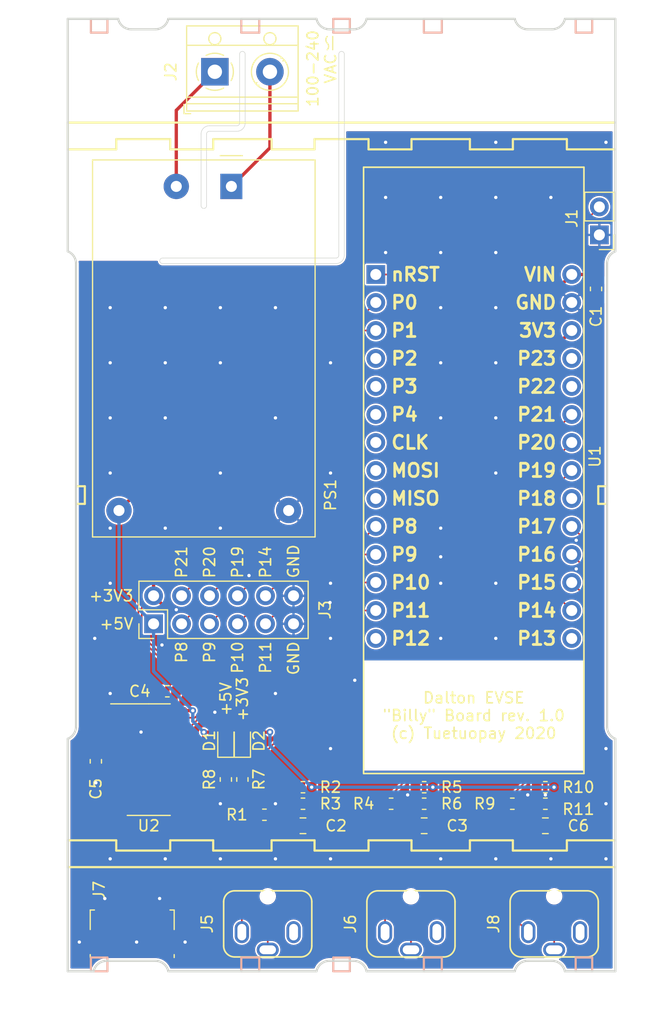
<source format=kicad_pcb>
(kicad_pcb (version 20171130) (host pcbnew "(5.1.5)-2")
  (layers (0 F.Cu signal) (31 B.Cu signal) (34 B.Paste user hide) (35 F.Paste user hide) (36 B.SilkS user) (37 F.SilkS user) (38 B.Mask user hide) (39 F.Mask user hide) (44 Edge.Cuts user))
  (net 0 "")
  (net 1 +5V)
  (net 2 GND)
  (net 3 "Net-(C2-Pad2)")
  (net 4 "Net-(C3-Pad2)")
  (net 5 "Net-(C5-Pad2)")
  (net 6 "Net-(C6-Pad2)")
  (net 7 "Net-(D1-Pad1)")
  (net 8 +3V3)
  (net 9 "Net-(D2-Pad1)")
  (net 10 "Net-(J1-Pad2)")
  (net 11 /P12)
  (net 12 /P11)
  (net 13 /P10)
  (net 14 /P9)
  (net 15 /P8)
  (net 16 /P4)
  (net 17 /P3)
  (net 18 /P2)
  (net 19 /P23)
  (net 20 /P22)
  (net 21 /P21)
  (net 22 /P14)
  (net 23 /P13)
  (net 24 /CT0)
  (net 25 /CT1)
  (net 26 /CT2)
  (net 27 /LOPY2USB)
  (net 28 /USB2LOPY)
  (net 29 /AC_L)
  (net 30 /AC_N)
  (net 31 /USB_P)
  (net 32 /USB_N)
  (net 33 /P18)
  (net 34 /P19)
  (net 35 /P20)
  (module Connector_PinHeader_2.54mm:PinHeader_2x06_P2.54mm_Vertical (layer F.Cu) (at 128.94 103.68 90)
    (fp_text reference J3 (at 1.27 15.56 90) (layer F.SilkS))
    (fp_text value Conn_02x06_Odd_Even)
    (pad 12 thru_hole oval (at 2.54 12.7 90) (size 1.7 1.7) (drill 1) (layers *.Cu *.Mask) (net 2 GND))
    (pad 11 thru_hole oval (at 0 12.7 90) (size 1.7 1.7) (drill 1) (layers *.Cu *.Mask) (net 2 GND))
    (pad 10 thru_hole oval (at 2.54 10.16 90) (size 1.7 1.7) (drill 1) (layers *.Cu *.Mask) (net 22 /P14))
    (pad 9 thru_hole oval (at 0 10.16 90) (size 1.7 1.7) (drill 1) (layers *.Cu *.Mask) (net 12 /P11))
    (pad 8 thru_hole oval (at 2.54 7.62 90) (size 1.7 1.7) (drill 1) (layers *.Cu *.Mask) (net 34 /P19))
    (pad 7 thru_hole oval (at 0 7.62 90) (size 1.7 1.7) (drill 1) (layers *.Cu *.Mask) (net 13 /P10))
    (pad 6 thru_hole oval (at 2.54 5.08 90) (size 1.7 1.7) (drill 1) (layers *.Cu *.Mask) (net 35 /P20))
    (pad 5 thru_hole oval (at 0 5.08 90) (size 1.7 1.7) (drill 1) (layers *.Cu *.Mask) (net 14 /P9))
    (pad 4 thru_hole oval (at 2.54 2.54 90) (size 1.7 1.7) (drill 1) (layers *.Cu *.Mask) (net 21 /P21))
    (pad 3 thru_hole oval (at 0 2.54 90) (size 1.7 1.7) (drill 1) (layers *.Cu *.Mask) (net 15 /P8))
    (pad 2 thru_hole oval (at 2.54 0 90) (size 1.7 1.7) (drill 1) (layers *.Cu *.Mask) (net 8 +3V3))
    (pad 1 thru_hole rect (at 0 0 90) (size 1.7 1.7) (drill 1) (layers *.Cu *.Mask) (net 1 +5V))
  )
  (module ma4evse:fipy (layer F.Cu) (at 158 88.5 270)
    (fp_text reference U1 (at 0 -11 90) (layer F.SilkS))
    (fp_text value LoPy)
    (fp_text user P13 (at 16.51 -7.62 180) (layer F.SilkS) (effects (font (size 1.2 1.2) (thickness 0.25)) (justify right)))
    (fp_text user P14 (at 13.97 -7.62 180) (layer F.SilkS) (effects (font (size 1.2 1.2) (thickness 0.25)) (justify right)))
    (fp_text user P15 (at 11.43 -7.62 180) (layer F.SilkS) (effects (font (size 1.2 1.2) (thickness 0.25)) (justify right)))
    (fp_text user P16 (at 8.89 -7.62 180) (layer F.SilkS) (effects (font (size 1.2 1.2) (thickness 0.25)) (justify right)))
    (fp_text user P17 (at 6.35 -7.62 180) (layer F.SilkS) (effects (font (size 1.2 1.2) (thickness 0.25)) (justify right)))
    (fp_text user P18 (at 3.81 -7.62 180) (layer F.SilkS) (effects (font (size 1.2 1.2) (thickness 0.25)) (justify right)))
    (fp_text user P19 (at 1.27 -7.62 180) (layer F.SilkS) (effects (font (size 1.2 1.2) (thickness 0.25)) (justify right)))
    (fp_text user P20 (at -1.27 -7.62 180) (layer F.SilkS) (effects (font (size 1.2 1.2) (thickness 0.25)) (justify right)))
    (fp_text user P21 (at -3.81 -7.62 180) (layer F.SilkS) (effects (font (size 1.2 1.2) (thickness 0.25)) (justify right)))
    (fp_text user P22 (at -6.35 -7.62 180) (layer F.SilkS) (effects (font (size 1.2 1.2) (thickness 0.25)) (justify right)))
    (fp_text user P23 (at -8.89 -7.62 180) (layer F.SilkS) (effects (font (size 1.2 1.2) (thickness 0.25)) (justify right)))
    (fp_text user 3V3 (at -11.43 -7.62 180) (layer F.SilkS) (effects (font (size 1.2 1.2) (thickness 0.25)) (justify right)))
    (fp_text user GND (at -13.97 -7.62 180) (layer F.SilkS) (effects (font (size 1.2 1.2) (thickness 0.25)) (justify right)))
    (fp_text user VIN (at -16.51 -7.62 180) (layer F.SilkS) (effects (font (size 1.2 1.2) (thickness 0.25)) (justify right)))
    (fp_text user P12 (at 16.51 7.62) (layer F.SilkS) (effects (font (size 1.2 1.2) (thickness 0.25)) (justify left)))
    (fp_text user P11 (at 13.97 7.62) (layer F.SilkS) (effects (font (size 1.2 1.2) (thickness 0.25)) (justify left)))
    (fp_text user P10 (at 11.43 7.62) (layer F.SilkS) (effects (font (size 1.2 1.2) (thickness 0.25)) (justify left)))
    (fp_text user P9 (at 8.89 7.62) (layer F.SilkS) (effects (font (size 1.2 1.2) (thickness 0.25)) (justify left)))
    (fp_text user P8 (at 6.35 7.62) (layer F.SilkS) (effects (font (size 1.2 1.2) (thickness 0.25)) (justify left)))
    (fp_text user MISO (at 3.81 7.62) (layer F.SilkS) (effects (font (size 1.2 1.2) (thickness 0.25)) (justify left)))
    (fp_text user MOSI (at 1.27 7.62) (layer F.SilkS) (effects (font (size 1.2 1.2) (thickness 0.25)) (justify left)))
    (fp_text user CLK (at -1.27 7.62) (layer F.SilkS) (effects (font (size 1.2 1.2) (thickness 0.25)) (justify left)))
    (fp_text user P4 (at -3.81 7.62) (layer F.SilkS) (effects (font (size 1.2 1.2) (thickness 0.25)) (justify left)))
    (fp_text user P3 (at -6.35 7.62) (layer F.SilkS) (effects (font (size 1.2 1.2) (thickness 0.25)) (justify left)))
    (fp_text user P2 (at -8.89 7.62) (layer F.SilkS) (effects (font (size 1.2 1.2) (thickness 0.25)) (justify left)))
    (fp_text user P1 (at -11.43 7.62) (layer F.SilkS) (effects (font (size 1.2 1.2) (thickness 0.25)) (justify left)))
    (fp_text user P0 (at -13.97 7.62) (layer F.SilkS) (effects (font (size 1.2 1.2) (thickness 0.25)) (justify left)))
    (fp_text user nRST (at -16.51 7.62) (layer F.SilkS) (effects (font (size 1.2 1.2) (thickness 0.25)) (justify left)))
    (pad 28 thru_hole circle (at -16.51 -8.89 90) (size 1.7 1.7) (drill 1) (layers *.Cu *.Mask) (net 1 +5V))
    (pad 27 thru_hole circle (at -13.97 -8.89 90) (size 1.7 1.7) (drill 1) (layers *.Cu *.Mask) (net 2 GND))
    (pad 26 thru_hole circle (at -11.43 -8.89 90) (size 1.7 1.7) (drill 1) (layers *.Cu *.Mask) (net 8 +3V3))
    (pad 25 thru_hole circle (at -8.89 -8.89 90) (size 1.7 1.7) (drill 1) (layers *.Cu *.Mask) (net 19 /P23))
    (pad 24 thru_hole circle (at -6.35 -8.89 90) (size 1.7 1.7) (drill 1) (layers *.Cu *.Mask) (net 20 /P22))
    (pad 23 thru_hole circle (at -3.81 -8.89 90) (size 1.7 1.7) (drill 1) (layers *.Cu *.Mask) (net 21 /P21))
    (pad 22 thru_hole circle (at -1.27 -8.89 90) (size 1.7 1.7) (drill 1) (layers *.Cu *.Mask) (net 35 /P20))
    (pad 21 thru_hole circle (at 1.27 -8.89 90) (size 1.7 1.7) (drill 1) (layers *.Cu *.Mask) (net 34 /P19))
    (pad 20 thru_hole circle (at 3.81 -8.89 90) (size 1.7 1.7) (drill 1) (layers *.Cu *.Mask) (net 33 /P18))
    (pad 19 thru_hole circle (at 6.35 -8.89 90) (size 1.7 1.7) (drill 1) (layers *.Cu *.Mask) (net 26 /CT2))
    (pad 18 thru_hole circle (at 8.89 -8.89 90) (size 1.7 1.7) (drill 1) (layers *.Cu *.Mask) (net 25 /CT1))
    (pad 17 thru_hole circle (at 11.43 -8.89 90) (size 1.7 1.7) (drill 1) (layers *.Cu *.Mask) (net 24 /CT0))
    (pad 16 thru_hole circle (at 13.97 -8.89 90) (size 1.7 1.7) (drill 1) (layers *.Cu *.Mask) (net 22 /P14))
    (pad 15 thru_hole circle (at 16.51 -8.89 90) (size 1.7 1.7) (drill 1) (layers *.Cu *.Mask) (net 23 /P13))
    (pad 14 thru_hole circle (at 16.51 8.89 270) (size 1.7 1.7) (drill 1) (layers *.Cu *.Mask) (net 11 /P12))
    (pad 13 thru_hole circle (at 13.97 8.89 270) (size 1.7 1.7) (drill 1) (layers *.Cu *.Mask) (net 12 /P11))
    (pad 12 thru_hole circle (at 11.43 8.89 270) (size 1.7 1.7) (drill 1) (layers *.Cu *.Mask) (net 13 /P10))
    (pad 11 thru_hole circle (at 8.89 8.89 270) (size 1.7 1.7) (drill 1) (layers *.Cu *.Mask) (net 14 /P9))
    (pad 10 thru_hole circle (at 6.35 8.89 270) (size 1.7 1.7) (drill 1) (layers *.Cu *.Mask) (net 15 /P8))
    (pad 9 thru_hole circle (at 3.81 8.89 270) (size 1.7 1.7) (drill 1) (layers *.Cu *.Mask))
    (pad 8 thru_hole circle (at 1.27 8.89 270) (size 1.7 1.7) (drill 1) (layers *.Cu *.Mask))
    (pad 7 thru_hole circle (at -1.27 8.89 270) (size 1.7 1.7) (drill 1) (layers *.Cu *.Mask))
    (pad 6 thru_hole circle (at -3.81 8.89 270) (size 1.7 1.7) (drill 1) (layers *.Cu *.Mask) (net 16 /P4))
    (pad 5 thru_hole circle (at -6.35 8.89 270) (size 1.7 1.7) (drill 1) (layers *.Cu *.Mask) (net 17 /P3))
    (pad 4 thru_hole circle (at -8.89 8.89 270) (size 1.7 1.7) (drill 1) (layers *.Cu *.Mask) (net 18 /P2))
    (pad 3 thru_hole circle (at -11.43 8.89 270) (size 1.7 1.7) (drill 1) (layers *.Cu *.Mask) (net 27 /LOPY2USB))
    (pad 2 thru_hole circle (at -13.97 8.89 270) (size 1.7 1.7) (drill 1) (layers *.Cu *.Mask) (net 28 /USB2LOPY))
    (pad 1 thru_hole rect (at -16.51 8.89 270) (size 1.7 1.7) (drill 1) (layers *.Cu *.Mask) (net 10 "Net-(J1-Pad2)"))
  )
  (module ma4evse:JIS-C-6560 (layer F.Cu) (at 165.3 130.9 90)
    (fp_text reference J8 (at 0 -5.5 90) (layer F.SilkS))
    (fp_text value AudioJack3)
    (pad "" np_thru_hole circle (at 2.5 0) (size 1.2 1.2) (drill 1.2) (layers *.Cu *.Mask))
    (pad R thru_hole oval (at -0.75 2.35 90) (size 2 1.3) (drill oval 1.5 0.8) (layers *.Cu *.Mask))
    (pad S thru_hole oval (at -0.75 -2.35 90) (size 2 1.3) (drill oval 1.5 0.8) (layers *.Cu *.Mask) (net 26 /CT2))
    (pad T thru_hole oval (at -2.35 0) (size 2 1.3) (drill oval 1.5 0.8) (layers *.Cu *.Mask) (net 6 "Net-(C6-Pad2)"))
  )
  (module ma4evse:JIS-C-6560 (layer F.Cu) (at 152.3 130.9 90)
    (fp_text reference J6 (at 0 -5.5 90) (layer F.SilkS))
    (fp_text value AudioJack3)
    (pad "" np_thru_hole circle (at 2.5 0) (size 1.2 1.2) (drill 1.2) (layers *.Cu *.Mask))
    (pad R thru_hole oval (at -0.75 2.35 90) (size 2 1.3) (drill oval 1.5 0.8) (layers *.Cu *.Mask))
    (pad S thru_hole oval (at -0.75 -2.35 90) (size 2 1.3) (drill oval 1.5 0.8) (layers *.Cu *.Mask) (net 25 /CT1))
    (pad T thru_hole oval (at -2.35 0) (size 2 1.3) (drill oval 1.5 0.8) (layers *.Cu *.Mask) (net 4 "Net-(C3-Pad2)"))
  )
  (module ma4evse:JIS-C-6560 (layer F.Cu) (at 139.3 130.9 90)
    (fp_text reference J5 (at 0 -5.5 90) (layer F.SilkS))
    (fp_text value AudioJack3)
    (pad "" np_thru_hole circle (at 2.5 0) (size 1.2 1.2) (drill 1.2) (layers *.Cu *.Mask))
    (pad R thru_hole oval (at -0.75 2.35 90) (size 2 1.3) (drill oval 1.5 0.8) (layers *.Cu *.Mask))
    (pad S thru_hole oval (at -0.75 -2.35 90) (size 2 1.3) (drill oval 1.5 0.8) (layers *.Cu *.Mask) (net 24 /CT0))
    (pad T thru_hole oval (at -2.35 0) (size 2 1.3) (drill oval 1.5 0.8) (layers *.Cu *.Mask) (net 3 "Net-(C2-Pad2)"))
  )
  (module ma4evse:BC-53-6 (layer F.Cu) (at 146 92)
    (fp_text reference REF** hide)
    (fp_text value "BC-53-6 series")
  )
  (module Package_SO:SOIC-16_3.9x9.9mm_P1.27mm (layer F.Cu) (at 128.5 116)
    (fp_text reference U2 (at 0 6) (layer F.SilkS))
    (fp_text value CH340C)
    (pad 16 smd roundrect (at 2.475 -4.445) (size 1.95 0.6) (layers F.Cu F.Paste F.Mask) (net 1 +5V))
    (pad 15 smd roundrect (at 2.475 -3.175) (size 1.95 0.6) (layers F.Cu F.Paste F.Mask))
    (pad 14 smd roundrect (at 2.475 -1.905) (size 1.95 0.6) (layers F.Cu F.Paste F.Mask))
    (pad 13 smd roundrect (at 2.475 -0.635) (size 1.95 0.6) (layers F.Cu F.Paste F.Mask))
    (pad 12 smd roundrect (at 2.475 0.635) (size 1.95 0.6) (layers F.Cu F.Paste F.Mask))
    (pad 11 smd roundrect (at 2.475 1.905) (size 1.95 0.6) (layers F.Cu F.Paste F.Mask))
    (pad 10 smd roundrect (at 2.475 3.175) (size 1.95 0.6) (layers F.Cu F.Paste F.Mask))
    (pad 9 smd roundrect (at 2.475 4.445) (size 1.95 0.6) (layers F.Cu F.Paste F.Mask))
    (pad 8 smd roundrect (at -2.475 4.445) (size 1.95 0.6) (layers F.Cu F.Paste F.Mask))
    (pad 7 smd roundrect (at -2.475 3.175) (size 1.95 0.6) (layers F.Cu F.Paste F.Mask))
    (pad 6 smd roundrect (at -2.475 1.905) (size 1.95 0.6) (layers F.Cu F.Paste F.Mask) (net 32 /USB_N))
    (pad 5 smd roundrect (at -2.475 0.635) (size 1.95 0.6) (layers F.Cu F.Paste F.Mask) (net 31 /USB_P))
    (pad 4 smd roundrect (at -2.475 -0.635) (size 1.95 0.6) (layers F.Cu F.Paste F.Mask) (net 5 "Net-(C5-Pad2)"))
    (pad 3 smd roundrect (at -2.475 -1.905) (size 1.95 0.6) (layers F.Cu F.Paste F.Mask) (net 27 /LOPY2USB))
    (pad 2 smd roundrect (at -2.475 -3.175) (size 1.95 0.6) (layers F.Cu F.Paste F.Mask) (net 28 /USB2LOPY))
    (pad 1 smd roundrect (at -2.475 -4.445) (size 1.95 0.6) (layers F.Cu F.Paste F.Mask) (net 2 GND))
  )
  (module Resistor_SMD:R_0603_1608Metric (layer F.Cu) (at 164.5 120 180)
    (fp_text reference R11 (at -3 -0.5) (layer F.SilkS))
    (fp_text value 10k)
    (pad 2 smd roundrect (at 0.7875 0 180) (size 0.875 0.95) (layers F.Cu F.Paste F.Mask) (net 6 "Net-(C6-Pad2)"))
    (pad 1 smd roundrect (at -0.7875 0 180) (size 0.875 0.95) (layers F.Cu F.Paste F.Mask) (net 2 GND))
  )
  (module Resistor_SMD:R_0603_1608Metric (layer F.Cu) (at 164.5 118.5)
    (fp_text reference R10 (at 3 0) (layer F.SilkS))
    (fp_text value 10k)
    (pad 2 smd roundrect (at 0.7875 0) (size 0.875 0.95) (layers F.Cu F.Paste F.Mask) (net 8 +3V3))
    (pad 1 smd roundrect (at -0.7875 0) (size 0.875 0.95) (layers F.Cu F.Paste F.Mask) (net 6 "Net-(C6-Pad2)"))
  )
  (module Resistor_SMD:R_0603_1608Metric (layer F.Cu) (at 161.5 120 180)
    (fp_text reference R9 (at 2.5 0) (layer F.SilkS))
    (fp_text value 23)
    (pad 2 smd roundrect (at 0.7875 0 180) (size 0.875 0.95) (layers F.Cu F.Paste F.Mask) (net 26 /CT2))
    (pad 1 smd roundrect (at -0.7875 0 180) (size 0.875 0.95) (layers F.Cu F.Paste F.Mask) (net 6 "Net-(C6-Pad2)"))
  )
  (module Resistor_SMD:R_0603_1608Metric (layer F.Cu) (at 137 117.8 270)
    (fp_text reference R8 (at 0 3 90) (layer F.SilkS))
    (fp_text value 1k)
    (pad 1 smd roundrect (at -0.7875 0 270) (size 0.875 0.95) (layers F.Cu F.Paste F.Mask) (net 9 "Net-(D2-Pad1)"))
    (pad 2 smd roundrect (at 0.7875 0 270) (size 0.875 0.95) (layers F.Cu F.Paste F.Mask) (net 2 GND))
  )
  (module Resistor_SMD:R_0603_1608Metric (layer F.Cu) (at 135.5 117.8 270)
    (fp_text reference R7 (at 0 -3 90) (layer F.SilkS))
    (fp_text value 3k)
    (pad 2 smd roundrect (at 0.7875 0 270) (size 0.875 0.95) (layers F.Cu F.Paste F.Mask) (net 2 GND))
    (pad 1 smd roundrect (at -0.7875 0 270) (size 0.875 0.95) (layers F.Cu F.Paste F.Mask) (net 7 "Net-(D1-Pad1)"))
  )
  (module Resistor_SMD:R_0603_1608Metric (layer F.Cu) (at 153.5 120 180)
    (fp_text reference R6 (at -2.5 0) (layer F.SilkS))
    (fp_text value 10k)
    (pad 2 smd roundrect (at 0.7875 0 180) (size 0.875 0.95) (layers F.Cu F.Paste F.Mask) (net 4 "Net-(C3-Pad2)"))
    (pad 1 smd roundrect (at -0.7875 0 180) (size 0.875 0.95) (layers F.Cu F.Paste F.Mask) (net 2 GND))
  )
  (module Resistor_SMD:R_0603_1608Metric (layer F.Cu) (at 153.5 118.5)
    (fp_text reference R5 (at 2.5 0) (layer F.SilkS))
    (fp_text value 10k)
    (pad 2 smd roundrect (at 0.7875 0) (size 0.875 0.95) (layers F.Cu F.Paste F.Mask) (net 8 +3V3))
    (pad 1 smd roundrect (at -0.7875 0) (size 0.875 0.95) (layers F.Cu F.Paste F.Mask) (net 4 "Net-(C3-Pad2)"))
  )
  (module Resistor_SMD:R_0603_1608Metric (layer F.Cu) (at 150.5 120 180)
    (fp_text reference R4 (at 2.5 0) (layer F.SilkS))
    (fp_text value 23)
    (pad 2 smd roundrect (at 0.7875 0 180) (size 0.875 0.95) (layers F.Cu F.Paste F.Mask) (net 25 /CT1))
    (pad 1 smd roundrect (at -0.7875 0 180) (size 0.875 0.95) (layers F.Cu F.Paste F.Mask) (net 4 "Net-(C3-Pad2)"))
  )
  (module Resistor_SMD:R_0603_1608Metric (layer F.Cu) (at 142.5 120 180)
    (fp_text reference R3 (at -2.5 0) (layer F.SilkS))
    (fp_text value 10k)
    (pad 2 smd roundrect (at 0.7875 0 180) (size 0.875 0.95) (layers F.Cu F.Paste F.Mask) (net 3 "Net-(C2-Pad2)"))
    (pad 1 smd roundrect (at -0.7875 0 180) (size 0.875 0.95) (layers F.Cu F.Paste F.Mask) (net 2 GND))
  )
  (module Resistor_SMD:R_0603_1608Metric (layer F.Cu) (at 142.5 118.5)
    (fp_text reference R2 (at 2.5 0) (layer F.SilkS))
    (fp_text value 10k)
    (pad 2 smd roundrect (at 0.7875 0) (size 0.875 0.95) (layers F.Cu F.Paste F.Mask) (net 8 +3V3))
    (pad 1 smd roundrect (at -0.7875 0) (size 0.875 0.95) (layers F.Cu F.Paste F.Mask) (net 3 "Net-(C2-Pad2)"))
  )
  (module Resistor_SMD:R_0603_1608Metric (layer F.Cu) (at 139 121 180)
    (fp_text reference R1 (at 2.5 0) (layer F.SilkS))
    (fp_text value 23)
    (pad 2 smd roundrect (at 0.7875 0 180) (size 0.875 0.95) (layers F.Cu F.Paste F.Mask) (net 24 /CT0))
    (pad 1 smd roundrect (at -0.7875 0 180) (size 0.875 0.95) (layers F.Cu F.Paste F.Mask) (net 3 "Net-(C2-Pad2)"))
  )
  (module Converter_ACDC:Converter_ACDC_HiLink_HLK-PMxx (layer F.Cu) (at 136 64 270)
    (fp_text reference PS1 (at 28 -9 90) (layer F.SilkS))
    (fp_text value HLK-PM01)
    (pad 4 thru_hole circle (at 29.4 10.2 270) (size 2.3 2.3) (drill 1) (layers *.Cu *.Mask) (net 1 +5V))
    (pad 2 thru_hole circle (at 0 5 270) (size 2.3 2.3) (drill 1) (layers *.Cu *.Mask) (net 30 /AC_N))
    (pad 1 thru_hole rect (at 0 0 270) (size 2.3 2) (drill 1) (layers *.Cu *.Mask) (net 29 /AC_L))
    (pad 3 thru_hole circle (at 29.4 -5.2 270) (size 2.3 2.3) (drill 1) (layers *.Cu *.Mask) (net 2 GND))
  )
  (module Connector_USB:USB_Micro-B_Molex_47346-0001 (layer F.Cu) (at 127 131.35)
    (fp_text reference J7 (at -3 -3.5 90) (layer F.SilkS))
    (fp_text value USB_B_Micro)
    (pad 6 smd rect (at 1.55 1.2) (size 1 1.9) (layers F.Cu F.Paste F.Mask) (net 2 GND))
    (pad 6 smd rect (at -1.15 1.2) (size 1.8 1.9) (layers F.Cu F.Paste F.Mask) (net 2 GND))
    (pad 6 smd rect (at 3.375 1.2) (size 1.65 1.3) (layers F.Cu F.Paste F.Mask) (net 2 GND))
    (pad 6 smd rect (at -3.375 1.2) (size 1.65 1.3) (layers F.Cu F.Paste F.Mask) (net 2 GND))
    (pad 6 smd rect (at 2.4875 -1.375) (size 1.425 1.55) (layers F.Cu F.Paste F.Mask) (net 2 GND))
    (pad 6 smd rect (at -2.4875 -1.375) (size 1.425 1.55) (layers F.Cu F.Paste F.Mask) (net 2 GND))
    (pad 5 smd rect (at 1.3 -1.46) (size 0.45 1.38) (layers F.Cu F.Paste F.Mask) (net 2 GND))
    (pad 4 smd rect (at 0.65 -1.46) (size 0.45 1.38) (layers F.Cu F.Paste F.Mask))
    (pad 3 smd rect (at 0 -1.46) (size 0.45 1.38) (layers F.Cu F.Paste F.Mask) (net 31 /USB_P))
    (pad 2 smd rect (at -0.65 -1.46) (size 0.45 1.38) (layers F.Cu F.Paste F.Mask) (net 32 /USB_N))
    (pad 1 smd rect (at -1.3 -1.46) (size 0.45 1.38) (layers F.Cu F.Paste F.Mask) (net 1 +5V))
  )
  (module TerminalBlock_RND:TerminalBlock_RND_205-00012_1x02_P5.00mm_Horizontal (layer F.Cu) (at 134.5 53.6)
    (fp_text reference J2 (at -4 0 270) (layer F.SilkS))
    (fp_text value Screw_Terminal_01x02)
    (pad 2 thru_hole circle (at 5 0) (size 2.5 2.5) (drill 1.3) (layers *.Cu *.Mask) (net 29 /AC_L))
    (pad 1 thru_hole rect (at 0 0) (size 2.5 2.5) (drill 1.3) (layers *.Cu *.Mask) (net 30 /AC_N))
  )
  (module Connector_PinHeader_2.54mm:PinHeader_1x02_P2.54mm_Vertical (layer F.Cu) (at 169.4 68.4 180)
    (fp_text reference J1 (at 2.5 1.5 270) (layer F.SilkS))
    (fp_text value Conn_01x02)
    (pad 2 thru_hole oval (at 0 2.54 180) (size 1.7 1.7) (drill 1) (layers *.Cu *.Mask) (net 10 "Net-(J1-Pad2)"))
    (pad 1 thru_hole rect (at 0 0 180) (size 1.7 1.7) (drill 1) (layers *.Cu *.Mask) (net 2 GND))
  )
  (module LED_SMD:LED_0603_1608Metric (layer F.Cu) (at 137 114.3 90)
    (fp_text reference D2 (at 0 1.5 90) (layer F.SilkS))
    (fp_text value Orange)
    (pad 1 smd roundrect (at -0.7875 0 90) (size 0.875 0.95) (layers F.Cu F.Paste F.Mask) (net 9 "Net-(D2-Pad1)"))
    (pad 2 smd roundrect (at 0.7875 0 90) (size 0.875 0.95) (layers F.Cu F.Paste F.Mask) (net 8 +3V3))
  )
  (module LED_SMD:LED_0603_1608Metric (layer F.Cu) (at 135.5 114.3 90)
    (fp_text reference D1 (at 0 -1.5 90) (layer F.SilkS))
    (fp_text value Red)
    (pad 2 smd roundrect (at 0.7875 0 90) (size 0.875 0.95) (layers F.Cu F.Paste F.Mask) (net 1 +5V))
    (pad 1 smd roundrect (at -0.7875 0 90) (size 0.875 0.95) (layers F.Cu F.Paste F.Mask) (net 7 "Net-(D1-Pad1)"))
  )
  (module Capacitor_SMD:C_0805_2012Metric (layer F.Cu) (at 164.5 122 180)
    (fp_text reference C6 (at -3 0) (layer F.SilkS))
    (fp_text value 10u)
    (pad 2 smd roundrect (at 0.9375 0 180) (size 0.975 1.4) (layers F.Cu F.Paste F.Mask) (net 6 "Net-(C6-Pad2)"))
    (pad 1 smd roundrect (at -0.9375 0 180) (size 0.975 1.4) (layers F.Cu F.Paste F.Mask) (net 2 GND))
  )
  (module Capacitor_SMD:C_0603_1608Metric (layer F.Cu) (at 123.7 116.1525 90)
    (fp_text reference C5 (at -2.5 0 90) (layer F.SilkS))
    (fp_text value 100n)
    (pad 2 smd roundrect (at 0.7875 0 90) (size 0.875 0.95) (layers F.Cu F.Paste F.Mask) (net 5 "Net-(C5-Pad2)"))
    (pad 1 smd roundrect (at -0.7875 0 90) (size 0.875 0.95) (layers F.Cu F.Paste F.Mask) (net 2 GND))
  )
  (module Capacitor_SMD:C_0603_1608Metric (layer F.Cu) (at 130.1875 109.8)
    (fp_text reference C4 (at -2.5 0) (layer F.SilkS))
    (fp_text value 100n)
    (pad 2 smd roundrect (at 0.7875 0) (size 0.875 0.95) (layers F.Cu F.Paste F.Mask) (net 1 +5V))
    (pad 1 smd roundrect (at -0.7875 0) (size 0.875 0.95) (layers F.Cu F.Paste F.Mask) (net 2 GND))
  )
  (module Capacitor_SMD:C_0805_2012Metric (layer F.Cu) (at 153.5 122 180)
    (fp_text reference C3 (at -3 0) (layer F.SilkS))
    (fp_text value 10u)
    (pad 2 smd roundrect (at 0.9375 0 180) (size 0.975 1.4) (layers F.Cu F.Paste F.Mask) (net 4 "Net-(C3-Pad2)"))
    (pad 1 smd roundrect (at -0.9375 0 180) (size 0.975 1.4) (layers F.Cu F.Paste F.Mask) (net 2 GND))
  )
  (module Capacitor_SMD:C_0805_2012Metric (layer F.Cu) (at 142.5 122 180)
    (fp_text reference C2 (at -3 0) (layer F.SilkS))
    (fp_text value 10u)
    (pad 2 smd roundrect (at 0.9375 0 180) (size 0.975 1.4) (layers F.Cu F.Paste F.Mask) (net 3 "Net-(C2-Pad2)"))
    (pad 1 smd roundrect (at -0.9375 0 180) (size 0.975 1.4) (layers F.Cu F.Paste F.Mask) (net 2 GND))
  )
  (module Capacitor_SMD:C_0603_1608Metric (layer F.Cu) (at 169.1 73.3 90)
    (fp_text reference C1 (at -2.5 0 90) (layer F.SilkS))
    (fp_text value 100n)
    (pad 2 smd roundrect (at 0.7875 0 90) (size 0.875 0.95) (layers F.Cu F.Paste F.Mask) (net 1 +5V))
    (pad 1 smd roundrect (at -0.7875 0 90) (size 0.875 0.95) (layers F.Cu F.Paste F.Mask) (net 2 GND))
  )
  (gr_text "100-240\nVAC" (at 144.2 53.3 90) (layer F.SilkS) (effects (font (size 1 1))))
  (gr_line (start 145.2 51.6) (end 145.2 50.4) (layer F.SilkS) (width 0.12))
  (gr_arc (start 145 50.7) (end 144.7 50.4) (angle -90) (layer F.SilkS) (width 0.12))
  (gr_arc (start 144.4 51.3) (end 144.7 51.6) (angle -90) (layer F.SilkS) (width 0.12))
  (gr_arc (start 145.5 70.25) (end 145.5 71) (angle -90) (layer Edge.Cuts) (width 0.05))
  (gr_arc (start 145.5 70.25) (end 145.5 70.5) (angle -90) (layer Edge.Cuts) (width 0.05))
  (gr_line (start 145.5 71) (end 129.75 71) (layer Edge.Cuts) (width 0.05))
  (gr_line (start 146.25 52) (end 146.25 70.25) (layer Edge.Cuts) (width 0.05))
  (gr_line (start 145.75 70.25) (end 145.75 52) (layer Edge.Cuts) (width 0.05))
  (gr_line (start 129.75 70.5) (end 145.5 70.5) (layer Edge.Cuts) (width 0.05))
  (gr_arc (start 129.75 70.75) (end 129.75 70.5) (angle -180) (layer Edge.Cuts) (width 0.05))
  (gr_arc (start 146 52) (end 146.25 52) (angle -180) (layer Edge.Cuts) (width 0.05))
  (gr_arc (start 136.5 58.25) (end 136.5 59) (angle -90) (layer Edge.Cuts) (width 0.05))
  (gr_arc (start 134 59.25) (end 134 59) (angle -90) (layer Edge.Cuts) (width 0.05))
  (gr_arc (start 134 59.25) (end 134 58.5) (angle -90) (layer Edge.Cuts) (width 0.05))
  (gr_arc (start 136.5 58.25) (end 136.5 58.5) (angle -90) (layer Edge.Cuts) (width 0.05))
  (gr_line (start 133.75 59.25) (end 133.75 65.75) (layer Edge.Cuts) (width 0.05))
  (gr_line (start 136.5 59) (end 134 59) (layer Edge.Cuts) (width 0.05))
  (gr_line (start 137.25 52) (end 137.25 58.25) (layer Edge.Cuts) (width 0.05))
  (gr_line (start 136.75 58.25) (end 136.75 52) (layer Edge.Cuts) (width 0.05))
  (gr_line (start 134 58.5) (end 136.5 58.5) (layer Edge.Cuts) (width 0.05))
  (gr_line (start 133.25 65.75) (end 133.25 59.25) (layer Edge.Cuts) (width 0.05))
  (gr_arc (start 133.5 65.75) (end 133.25 65.75) (angle -180) (layer Edge.Cuts) (width 0.05))
  (gr_arc (start 137 52) (end 137.25 52) (angle -180) (layer Edge.Cuts) (width 0.05))
  (gr_line (start 155.1 133.95) (end 155.1 135.2) (layer B.SilkS) (width 0.2))
  (gr_line (start 124.75 135.2) (end 123.25 135.2) (layer B.SilkS) (width 0.2))
  (gr_line (start 123.25 135.2) (end 123.25 133.95) (layer B.SilkS) (width 0.2))
  (gr_line (start 136.9 133.95) (end 138.53 133.95) (layer B.SilkS) (width 0.2))
  (gr_line (start 124.75 133.95) (end 124.75 135.2) (layer B.SilkS) (width 0.2))
  (gr_line (start 123.25 133.95) (end 124.75 133.95) (layer B.SilkS) (width 0.2))
  (gr_line (start 138.53 135.2) (end 136.9 135.2) (layer B.SilkS) (width 0.2))
  (gr_line (start 138.53 133.95) (end 138.53 135.2) (layer B.SilkS) (width 0.2))
  (gr_line (start 155.1 135.2) (end 153.47 135.2) (layer B.SilkS) (width 0.2))
  (gr_line (start 167.25 135.2) (end 167.25 133.95) (layer B.SilkS) (width 0.2))
  (gr_line (start 168.75 133.95) (end 168.75 135.2) (layer B.SilkS) (width 0.2))
  (gr_line (start 167.25 133.95) (end 168.75 133.95) (layer B.SilkS) (width 0.2))
  (gr_line (start 168.75 135.2) (end 167.25 135.2) (layer B.SilkS) (width 0.2))
  (gr_line (start 145.25 133.95) (end 146.75 133.95) (layer B.SilkS) (width 0.2))
  (gr_line (start 145.25 135.2) (end 145.25 133.95) (layer B.SilkS) (width 0.2))
  (gr_line (start 146.75 135.2) (end 145.25 135.2) (layer B.SilkS) (width 0.2))
  (gr_line (start 146.75 133.95) (end 146.75 135.2) (layer B.SilkS) (width 0.2))
  (gr_line (start 153.47 133.95) (end 155.1 133.95) (layer B.SilkS) (width 0.2))
  (gr_line (start 136.9 135.2) (end 136.9 133.95) (layer B.SilkS) (width 0.2))
  (gr_line (start 153.47 135.2) (end 153.47 133.95) (layer B.SilkS) (width 0.2))
  (gr_line (start 155.1 48.8) (end 155.1 50.05) (layer B.SilkS) (width 0.2))
  (gr_line (start 124.75 50.05) (end 123.25 50.05) (layer B.SilkS) (width 0.2))
  (gr_line (start 123.25 50.05) (end 123.25 48.8) (layer B.SilkS) (width 0.2))
  (gr_line (start 136.9 48.8) (end 138.53 48.8) (layer B.SilkS) (width 0.2))
  (gr_line (start 124.75 48.8) (end 124.75 50.05) (layer B.SilkS) (width 0.2))
  (gr_line (start 123.25 48.8) (end 124.75 48.8) (layer B.SilkS) (width 0.2))
  (gr_line (start 138.53 50.05) (end 136.9 50.05) (layer B.SilkS) (width 0.2))
  (gr_line (start 138.53 48.8) (end 138.53 50.05) (layer B.SilkS) (width 0.2))
  (gr_line (start 155.1 50.05) (end 153.47 50.05) (layer B.SilkS) (width 0.2))
  (gr_line (start 167.25 50.05) (end 167.25 48.8) (layer B.SilkS) (width 0.2))
  (gr_line (start 168.75 48.8) (end 168.75 50.05) (layer B.SilkS) (width 0.2))
  (gr_line (start 167.25 48.8) (end 168.75 48.8) (layer B.SilkS) (width 0.2))
  (gr_line (start 168.75 50.05) (end 167.25 50.05) (layer B.SilkS) (width 0.2))
  (gr_line (start 145.25 48.8) (end 146.75 48.8) (layer B.SilkS) (width 0.2))
  (gr_line (start 145.25 50.05) (end 145.25 48.8) (layer B.SilkS) (width 0.2))
  (gr_line (start 146.75 50.05) (end 145.25 50.05) (layer B.SilkS) (width 0.2))
  (gr_line (start 146.75 48.8) (end 146.75 50.05) (layer B.SilkS) (width 0.2))
  (gr_line (start 153.47 48.8) (end 155.1 48.8) (layer B.SilkS) (width 0.2))
  (gr_line (start 136.9 50.05) (end 136.9 48.8) (layer B.SilkS) (width 0.2))
  (gr_line (start 153.47 50.05) (end 153.47 48.8) (layer B.SilkS) (width 0.2))
  (gr_line (start 121.9 92.8) (end 121.9 91.2) (layer F.SilkS) (width 0.2))
  (gr_line (start 169.3 91.2) (end 169.3 92.8) (layer F.SilkS) (width 0.2))
  (gr_line (start 170.1 92.8) (end 170.1 91.2) (layer F.SilkS) (width 0.2))
  (gr_line (start 169.3 92.8) (end 170.1 92.8) (layer F.SilkS) (width 0.2))
  (gr_line (start 170.1 91.2) (end 169.3 91.2) (layer F.SilkS) (width 0.2))
  (gr_line (start 122.7 92.8) (end 121.9 92.8) (layer F.SilkS) (width 0.2))
  (gr_line (start 122.7 91.2) (end 122.7 92.8) (layer F.SilkS) (width 0.2))
  (gr_line (start 121.9 91.2) (end 122.7 91.2) (layer F.SilkS) (width 0.2))
  (gr_arc (start 165.096331 135.45) (end 166.27 135.2) (angle -77.9753) (layer Edge.Cuts) (width 0.2))
  (gr_line (start 162.896331 134.25) (end 165.096331 134.25) (layer Edge.Cuts) (width 0.2))
  (gr_arc (start 162.896331 135.45) (end 162.896331 134.25) (angle -77.975) (layer Edge.Cuts) (width 0.2))
  (gr_line (start 125.55 59.71) (end 125.55 60.64) (layer F.SilkS) (width 0.2))
  (gr_line (start 170.85 60.64) (end 166.45 60.64) (layer F.SilkS) (width 0.2))
  (gr_line (start 152.35 59.71) (end 152.35 60.64) (layer F.SilkS) (width 0.2))
  (gr_line (start 121.15 58.21) (end 121.15 60.64) (layer F.SilkS) (width 0.2))
  (gr_line (start 157.65 60.64) (end 157.65 59.71) (layer F.SilkS) (width 0.2))
  (gr_line (start 148.45 59.71) (end 143.55 59.71) (layer F.SilkS) (width 0.2))
  (gr_line (start 166.45 59.71) (end 161.550001 59.71) (layer F.SilkS) (width 0.2))
  (gr_line (start 139.65 59.71) (end 134.35 59.71) (layer F.SilkS) (width 0.2))
  (gr_line (start 161.550001 60.64) (end 157.65 60.64) (layer F.SilkS) (width 0.2))
  (gr_line (start 134.35 60.64) (end 130.45 60.64) (layer F.SilkS) (width 0.2))
  (gr_line (start 125.55 60.64) (end 121.15 60.64) (layer F.SilkS) (width 0.2))
  (gr_line (start 130.45 60.64) (end 130.45 59.71) (layer F.SilkS) (width 0.2))
  (gr_line (start 148.45 60.64) (end 148.45 59.71) (layer F.SilkS) (width 0.2))
  (gr_line (start 170.85 58.21) (end 170.85 60.64) (layer F.SilkS) (width 0.2))
  (gr_line (start 143.55 60.64) (end 139.65 60.64) (layer F.SilkS) (width 0.2))
  (gr_line (start 161.550001 59.71) (end 161.550001 60.64) (layer F.SilkS) (width 0.2))
  (gr_line (start 170.85 58.21) (end 121.15 58.21) (layer F.SilkS) (width 0.2))
  (gr_line (start 152.35 60.64) (end 148.45 60.64) (layer F.SilkS) (width 0.2))
  (gr_line (start 134.35 59.71) (end 134.35 60.64) (layer F.SilkS) (width 0.2))
  (gr_line (start 166.45 60.64) (end 166.45 59.71) (layer F.SilkS) (width 0.2))
  (gr_line (start 157.65 59.71) (end 152.35 59.71) (layer F.SilkS) (width 0.2))
  (gr_line (start 143.55 59.71) (end 143.55 60.64) (layer F.SilkS) (width 0.2))
  (gr_line (start 130.45 59.71) (end 125.55 59.71) (layer F.SilkS) (width 0.2))
  (gr_line (start 139.65 60.64) (end 139.65 59.71) (layer F.SilkS) (width 0.2))
  (gr_line (start 166.45 124.25) (end 166.45 123.32) (layer F.SilkS) (width 0.2))
  (gr_line (start 121.15 123.32) (end 125.55 123.32) (layer F.SilkS) (width 0.2))
  (gr_line (start 139.65 124.25) (end 139.65 123.32) (layer F.SilkS) (width 0.2))
  (gr_line (start 170.85 125.75) (end 170.85 123.32) (layer F.SilkS) (width 0.2))
  (gr_line (start 134.35 123.32) (end 134.35 124.25) (layer F.SilkS) (width 0.2))
  (gr_line (start 143.55 124.25) (end 148.45 124.25) (layer F.SilkS) (width 0.2))
  (gr_line (start 125.55 124.25) (end 130.449999 124.25) (layer F.SilkS) (width 0.2))
  (gr_line (start 152.35 124.25) (end 157.65 124.25) (layer F.SilkS) (width 0.2))
  (gr_line (start 130.449999 123.32) (end 134.35 123.32) (layer F.SilkS) (width 0.2))
  (gr_line (start 157.65 123.32) (end 161.55 123.32) (layer F.SilkS) (width 0.2))
  (gr_line (start 166.45 123.32) (end 170.85 123.32) (layer F.SilkS) (width 0.2))
  (gr_line (start 161.55 123.32) (end 161.55 124.25) (layer F.SilkS) (width 0.2))
  (gr_line (start 143.55 123.32) (end 143.55 124.25) (layer F.SilkS) (width 0.2))
  (gr_line (start 121.15 125.75) (end 121.15 123.32) (layer F.SilkS) (width 0.2))
  (gr_line (start 148.45 123.32) (end 152.35 123.32) (layer F.SilkS) (width 0.2))
  (gr_line (start 130.449999 124.25) (end 130.449999 123.32) (layer F.SilkS) (width 0.2))
  (gr_line (start 121.15 125.75) (end 170.85 125.75) (layer F.SilkS) (width 0.2))
  (gr_line (start 139.65 123.32) (end 143.55 123.32) (layer F.SilkS) (width 0.2))
  (gr_line (start 157.65 124.25) (end 157.65 123.32) (layer F.SilkS) (width 0.2))
  (gr_line (start 125.55 123.32) (end 125.55 124.25) (layer F.SilkS) (width 0.2))
  (gr_line (start 134.35 124.25) (end 139.65 124.25) (layer F.SilkS) (width 0.2))
  (gr_line (start 148.45 124.25) (end 148.45 123.32) (layer F.SilkS) (width 0.2))
  (gr_line (start 161.55 124.25) (end 166.45 124.25) (layer F.SilkS) (width 0.2))
  (gr_line (start 152.35 123.32) (end 152.35 124.25) (layer F.SilkS) (width 0.2))
  (gr_arc (start 129.1 135.45) (end 130.273669 135.2) (angle -77.9753) (layer Edge.Cuts) (width 0.2))
  (gr_line (start 144.9 134.25) (end 147.1 134.25) (layer Edge.Cuts) (width 0.2))
  (gr_line (start 166.274 48.8) (end 170.85 48.8) (layer Edge.Cuts) (width 0.2))
  (gr_line (start 148.274 135.2) (end 161.722663 135.199994) (layer Edge.Cuts) (width 0.2))
  (gr_line (start 170.1 71) (end 170.1 113) (layer Edge.Cuts) (width 0.2))
  (gr_line (start 162.9 49.75) (end 165.1 49.75) (layer Edge.Cuts) (width 0.2))
  (gr_line (start 148.274 48.8) (end 161.726 48.8) (layer Edge.Cuts) (width 0.2))
  (gr_arc (start 120.7 71) (end 121.9 71) (angle -67.9756999) (layer Edge.Cuts) (width 0.2))
  (gr_line (start 121.15 114.1124) (end 121.15 135.2) (layer Edge.Cuts) (width 0.2))
  (gr_line (start 124.673684 134.25) (end 129.1 134.25) (layer Edge.Cuts) (width 0.2))
  (gr_arc (start 171.3 113) (end 170.1 113.000021) (angle -67.975) (layer Edge.Cuts) (width 0.2))
  (gr_arc (start 124.673684 135.45) (end 124.673684 134.25) (angle -77.97858788) (layer Edge.Cuts) (width 0.2))
  (gr_line (start 170.85 135.2) (end 170.85 114.1124) (layer Edge.Cuts) (width 0.2))
  (gr_arc (start 162.9 48.55) (end 161.726331 48.800007) (angle -77.975) (layer Edge.Cuts) (width 0.2))
  (gr_line (start 121.15 48.8) (end 121.15 69.888) (layer Edge.Cuts) (width 0.2))
  (gr_line (start 130.274 135.2) (end 143.726 135.2) (layer Edge.Cuts) (width 0.2))
  (gr_arc (start 144.9 135.45) (end 144.9 134.25) (angle -77.975) (layer Edge.Cuts) (width 0.2))
  (gr_line (start 170.85 48.8) (end 170.85 69.888) (layer Edge.Cuts) (width 0.2))
  (gr_arc (start 171.3 71) (end 170.850006 69.887568) (angle -67.975) (layer Edge.Cuts) (width 0.2))
  (gr_arc (start 120.7 113) (end 121.149999 114.11243) (angle -67.97570044) (layer Edge.Cuts) (width 0.2))
  (gr_arc (start 147.1 135.45) (end 148.273669 135.2) (angle -77.9753) (layer Edge.Cuts) (width 0.2))
  (gr_arc (start 165.1 48.55) (end 165.1 49.75) (angle -77.9753) (layer Edge.Cuts) (width 0.2))
  (gr_line (start 121.15 135.2) (end 123.5 135.200067) (layer Edge.Cuts) (width 0.2))
  (gr_line (start 166.27 135.2) (end 170.85 135.2) (layer Edge.Cuts) (width 0.2))
  (gr_line (start 121.9 71) (end 121.9 113) (layer Edge.Cuts) (width 0.2))
  (gr_arc (start 126.9 48.55) (end 125.726331 48.800007) (angle -77.975) (layer Edge.Cuts) (width 0.2))
  (gr_line (start 121.15 48.8) (end 125.726 48.8) (layer Edge.Cuts) (width 0.2))
  (gr_arc (start 147.1 48.55) (end 147.1 49.75) (angle -77.9753) (layer Edge.Cuts) (width 0.2))
  (gr_line (start 144.9 49.75) (end 147.1 49.75) (layer Edge.Cuts) (width 0.2))
  (gr_arc (start 144.9 48.55) (end 143.726331 48.800007) (angle -77.975) (layer Edge.Cuts) (width 0.2))
  (gr_line (start 130.274 48.8) (end 143.726 48.8) (layer Edge.Cuts) (width 0.2))
  (gr_arc (start 129.1 48.55) (end 129.1 49.75) (angle -77.9753) (layer Edge.Cuts) (width 0.2))
  (gr_line (start 126.9 49.75) (end 129.1 49.75) (layer Edge.Cuts) (width 0.2))
  (gr_text GND (at 141.64 99.635 90) (layer F.SilkS) (effects (font (size 1 1)) (justify left)))
  (gr_text P11 (at 139.1 105.185 90) (layer F.SilkS) (effects (font (size 1 1)) (justify right)))
  (gr_text P10 (at 136.56 105.185 90) (layer F.SilkS) (effects (font (size 1 1)) (justify right)))
  (gr_text P9 (at 134.02 105.185 90) (layer F.SilkS) (effects (font (size 1 1)) (justify right)))
  (gr_text P8 (at 131.48 105.185 90) (layer F.SilkS) (effects (font (size 1 1)) (justify right)))
  (gr_text +3V3 (at 127.2 101.14) (layer F.SilkS) (effects (font (size 1 1)) (justify right)))
  (gr_text +5V (at 127.2 103.68) (layer F.SilkS) (effects (font (size 1 1)) (justify right)))
  (gr_text GND (at 141.64 105.185 90) (layer F.SilkS) (effects (font (size 1 1)) (justify right)))
  (gr_text P14 (at 139.1 99.635 90) (layer F.SilkS) (effects (font (size 1 1)) (justify left)))
  (gr_text P19 (at 136.56 99.635 90) (layer F.SilkS) (effects (font (size 1 1)) (justify left)))
  (gr_text P20 (at 134.02 99.635 90) (layer F.SilkS) (effects (font (size 1 1)) (justify left)))
  (gr_text P21 (at 131.48 99.635 90) (layer F.SilkS) (effects (font (size 1 1)) (justify left)))
  (gr_text "Dalton EVSE\n\"Billy\" Board rev. 1.0\n(c) Tuetuopay 2020" (at 158 112) (layer F.SilkS) (effects (font (size 1 1))))
  (gr_text +5V (at 135.5 110.5 90) (layer F.SilkS) (effects (font (size 1 1))))
  (gr_text +3V3 (at 137 110.5 90) (layer F.SilkS) (effects (font (size 1 1))))
  (via (at 132.5 111.555) (size 0.6) (drill 0.3) (layers F.Cu B.Cu) (net 1))
  (segment (start 130.975 111.555) (end 132.5 111.555) (width 0.3) (layer F.Cu) (net 1))
  (segment (start 168.5775 71.99) (end 169.1 72.5125) (width 0.3) (layer F.Cu) (net 1))
  (segment (start 166.89 71.99) (end 168.5775 71.99) (width 0.3) (layer F.Cu) (net 1))
  (segment (start 130.975 109.8) (end 130.975 111.555) (width 0.3) (layer F.Cu) (net 1))
  (segment (start 133.5 113.5125) (end 135.5 113.5125) (width 0.3) (layer F.Cu) (net 1))
  (segment (start 125.7 130.695002) (end 126.054999 131.050001) (width 0.3) (layer F.Cu) (net 1))
  (segment (start 125.7 129.89) (end 125.7 130.695002) (width 0.3) (layer F.Cu) (net 1))
  (segment (start 126.054999 131.050001) (end 130.440001 131.050001) (width 0.3) (layer F.Cu) (net 1))
  (segment (start 130.440001 131.050001) (end 133.5 127.990002) (width 0.3) (layer F.Cu) (net 1))
  (segment (start 133.5 127.890002) (end 133.5 113.5125) (width 0.3) (layer F.Cu) (net 1))
  (via (at 133.5 113.5125) (size 0.6) (drill 0.3) (layers F.Cu B.Cu) (net 1))
  (segment (start 132.5 111.555) (end 132.5 112.5125) (width 0.3) (layer B.Cu) (net 1))
  (segment (start 132.5 112.5125) (end 133.5 113.5125) (width 0.3) (layer B.Cu) (net 1))
  (segment (start 125.8 100.54) (end 128.94 103.68) (width 0.3) (layer B.Cu) (net 1))
  (segment (start 125.8 93.4) (end 125.8 100.54) (width 0.3) (layer B.Cu) (net 1))
  (segment (start 128.94 103.68) (end 128.94 107.995) (width 0.3) (layer B.Cu) (net 1))
  (segment (start 128.94 107.995) (end 132.5 111.555) (width 0.3) (layer B.Cu) (net 1))
  (segment (start 142.8 76.4) (end 125.8 93.4) (width 0.3) (layer F.Cu) (net 1))
  (segment (start 145.9 73.3) (end 142.8 76.4) (width 0.3) (layer F.Cu) (net 1))
  (segment (start 166.89 71.99) (end 165.58 73.3) (width 0.3) (layer F.Cu) (net 1))
  (segment (start 165.58 73.3) (end 145.9 73.3) (width 0.3) (layer F.Cu) (net 1))
  (via (at 125 125) (size 0.6) (drill 0.3) (layers F.Cu B.Cu) (net 2))
  (via (at 130 125) (size 0.6) (drill 0.3) (layers F.Cu B.Cu) (net 2))
  (via (at 135 125) (size 0.6) (drill 0.3) (layers F.Cu B.Cu) (net 2))
  (via (at 140 125) (size 0.6) (drill 0.3) (layers F.Cu B.Cu) (net 2))
  (via (at 145 125) (size 0.6) (drill 0.3) (layers F.Cu B.Cu) (net 2))
  (via (at 155 125) (size 0.6) (drill 0.3) (layers F.Cu B.Cu) (net 2))
  (via (at 160 125) (size 0.6) (drill 0.3) (layers F.Cu B.Cu) (net 2))
  (via (at 165 125) (size 0.6) (drill 0.3) (layers F.Cu B.Cu) (net 2))
  (via (at 170 125) (size 0.6) (drill 0.3) (layers F.Cu B.Cu) (net 2))
  (via (at 170 120) (size 0.6) (drill 0.3) (layers F.Cu B.Cu) (net 2))
  (via (at 140 120) (size 0.6) (drill 0.3) (layers F.Cu B.Cu) (net 2))
  (via (at 135 120) (size 0.6) (drill 0.3) (layers F.Cu B.Cu) (net 2))
  (via (at 145 115) (size 0.6) (drill 0.3) (layers F.Cu B.Cu) (net 2))
  (via (at 140 110) (size 0.6) (drill 0.3) (layers F.Cu B.Cu) (net 2))
  (via (at 125 110) (size 0.6) (drill 0.3) (layers F.Cu B.Cu) (net 2))
  (via (at 123.6 105) (size 0.6) (drill 0.3) (layers F.Cu B.Cu) (net 2))
  (via (at 145 105) (size 0.6) (drill 0.3) (layers F.Cu B.Cu) (net 2))
  (via (at 155 105) (size 0.6) (drill 0.3) (layers F.Cu B.Cu) (net 2))
  (via (at 160 105) (size 0.6) (drill 0.3) (layers F.Cu B.Cu) (net 2))
  (via (at 160 100) (size 0.6) (drill 0.3) (layers F.Cu B.Cu) (net 2))
  (via (at 155 100) (size 0.6) (drill 0.3) (layers F.Cu B.Cu) (net 2))
  (via (at 125 100) (size 0.6) (drill 0.3) (layers F.Cu B.Cu) (net 2))
  (via (at 125 95) (size 0.6) (drill 0.3) (layers F.Cu B.Cu) (net 2))
  (via (at 130 95) (size 0.6) (drill 0.3) (layers F.Cu B.Cu) (net 2))
  (via (at 135 95) (size 0.6) (drill 0.3) (layers F.Cu B.Cu) (net 2))
  (via (at 155 95) (size 0.6) (drill 0.3) (layers F.Cu B.Cu) (net 2))
  (via (at 160 90) (size 0.6) (drill 0.3) (layers F.Cu B.Cu) (net 2))
  (via (at 145 90) (size 0.6) (drill 0.3) (layers F.Cu B.Cu) (net 2))
  (via (at 135 90) (size 0.6) (drill 0.3) (layers F.Cu B.Cu) (net 2))
  (via (at 125 90) (size 0.6) (drill 0.3) (layers F.Cu B.Cu) (net 2))
  (via (at 125 85) (size 0.6) (drill 0.3) (layers F.Cu B.Cu) (net 2))
  (via (at 130 85) (size 0.6) (drill 0.3) (layers F.Cu B.Cu) (net 2))
  (via (at 140 85) (size 0.6) (drill 0.3) (layers F.Cu B.Cu) (net 2))
  (via (at 155 85) (size 0.6) (drill 0.3) (layers F.Cu B.Cu) (net 2))
  (via (at 160 85) (size 0.6) (drill 0.3) (layers F.Cu B.Cu) (net 2))
  (via (at 160 80) (size 0.6) (drill 0.3) (layers F.Cu B.Cu) (net 2))
  (via (at 155 80) (size 0.6) (drill 0.3) (layers F.Cu B.Cu) (net 2))
  (via (at 145 80) (size 0.6) (drill 0.3) (layers F.Cu B.Cu) (net 2))
  (via (at 135 80) (size 0.6) (drill 0.3) (layers F.Cu B.Cu) (net 2))
  (via (at 130 80) (size 0.6) (drill 0.3) (layers F.Cu B.Cu) (net 2))
  (via (at 125 80) (size 0.6) (drill 0.3) (layers F.Cu B.Cu) (net 2))
  (via (at 125 75) (size 0.6) (drill 0.3) (layers F.Cu B.Cu) (net 2))
  (via (at 130 75) (size 0.6) (drill 0.3) (layers F.Cu B.Cu) (net 2))
  (via (at 135 75) (size 0.6) (drill 0.3) (layers F.Cu B.Cu) (net 2))
  (via (at 140 75) (size 0.6) (drill 0.3) (layers F.Cu B.Cu) (net 2))
  (via (at 155 75) (size 0.6) (drill 0.3) (layers F.Cu B.Cu) (net 2))
  (via (at 160 75) (size 0.6) (drill 0.3) (layers F.Cu B.Cu) (net 2))
  (via (at 160 70) (size 0.6) (drill 0.3) (layers F.Cu B.Cu) (net 2))
  (via (at 155 70) (size 0.6) (drill 0.3) (layers F.Cu B.Cu) (net 2))
  (via (at 150 70) (size 0.6) (drill 0.3) (layers F.Cu B.Cu) (net 2))
  (via (at 150 65) (size 0.6) (drill 0.3) (layers F.Cu B.Cu) (net 2))
  (via (at 155 65) (size 0.6) (drill 0.3) (layers F.Cu B.Cu) (net 2))
  (via (at 160 65) (size 0.6) (drill 0.3) (layers F.Cu B.Cu) (net 2))
  (via (at 165 65) (size 0.6) (drill 0.3) (layers F.Cu B.Cu) (net 2))
  (via (at 170 60) (size 0.6) (drill 0.3) (layers F.Cu B.Cu) (net 2))
  (via (at 160 60) (size 0.6) (drill 0.3) (layers F.Cu B.Cu) (net 2))
  (via (at 150 60) (size 0.6) (drill 0.3) (layers F.Cu B.Cu) (net 2))
  (via (at 134.5 111.7) (size 0.6) (drill 0.3) (layers F.Cu B.Cu) (net 2))
  (via (at 170 115) (size 0.6) (drill 0.3) (layers F.Cu B.Cu) (net 2))
  (via (at 152 119.2) (size 0.6) (drill 0.3) (layers F.Cu B.Cu) (net 2))
  (via (at 162.9 119.2) (size 0.6) (drill 0.3) (layers F.Cu B.Cu) (net 2))
  (via (at 164.5 119.2) (size 0.6) (drill 0.3) (layers F.Cu B.Cu) (net 2))
  (via (at 167.3 98.7) (size 0.6) (drill 0.3) (layers F.Cu B.Cu) (net 2))
  (via (at 167.3 96.1) (size 0.6) (drill 0.3) (layers F.Cu B.Cu) (net 2))
  (via (at 127.8 113.5) (size 0.6) (drill 0.3) (layers F.Cu B.Cu) (net 2))
  (via (at 123.7 118.1) (size 0.6) (drill 0.3) (layers F.Cu B.Cu) (net 2))
  (via (at 129.4875 128.6) (size 0.6) (drill 0.3) (layers F.Cu B.Cu) (net 2))
  (via (at 124.5125 128.6) (size 0.6) (drill 0.3) (layers F.Cu B.Cu) (net 2))
  (via (at 131.8 132.55) (size 0.6) (drill 0.3) (layers F.Cu B.Cu) (net 2))
  (via (at 122.2 132.55) (size 0.6) (drill 0.3) (layers F.Cu B.Cu) (net 2))
  (via (at 127.4 132.55) (size 0.6) (drill 0.3) (layers F.Cu B.Cu) (net 2))
  (via (at 147.2 108.8) (size 0.6) (drill 0.3) (layers F.Cu B.Cu) (net 2))
  (via (at 129.7 105.6) (size 0.6) (drill 0.3) (layers F.Cu B.Cu) (net 2))
  (via (at 145 100) (size 0.6) (drill 0.3) (layers F.Cu B.Cu) (net 2))
  (via (at 155 97.6) (size 0.6) (drill 0.3) (layers F.Cu B.Cu) (net 2))
  (via (at 137.6 99.3) (size 0.6) (drill 0.3) (layers F.Cu B.Cu) (net 2))
  (via (at 131 102.4) (size 0.6) (drill 0.3) (layers F.Cu B.Cu) (net 2))
  (via (at 144.95 101.75) (size 0.6) (drill 0.3) (layers F.Cu B.Cu) (net 2))
  (segment (start 141.7125 118.5) (end 141.7125 120) (width 0.15) (layer F.Cu) (net 3))
  (segment (start 141.5625 122) (end 141.5625 120.9375) (width 0.15) (layer F.Cu) (net 3))
  (segment (start 141.7125 120.7875) (end 141.7125 120) (width 0.15) (layer F.Cu) (net 3))
  (segment (start 141.5625 120.9375) (end 141.7125 120.7875) (width 0.15) (layer F.Cu) (net 3))
  (segment (start 139.85 120.9375) (end 139.7875 121) (width 0.15) (layer F.Cu) (net 3))
  (segment (start 141.5625 120.9375) (end 139.85 120.9375) (width 0.15) (layer F.Cu) (net 3))
  (segment (start 141.5625 122) (end 141.5625 128.8375) (width 0.15) (layer F.Cu) (net 3))
  (segment (start 139.3 131.1) (end 139.3 133.25) (width 0.15) (layer F.Cu) (net 3))
  (segment (start 141.5625 128.8375) (end 139.3 131.1) (width 0.15) (layer F.Cu) (net 3))
  (segment (start 152.7125 118.5) (end 152.7125 120) (width 0.15) (layer F.Cu) (net 4))
  (segment (start 151.2875 120) (end 152.7125 120) (width 0.15) (layer F.Cu) (net 4))
  (segment (start 152.7125 121.85) (end 152.5625 122) (width 0.15) (layer F.Cu) (net 4))
  (segment (start 152.7125 120) (end 152.7125 121.85) (width 0.15) (layer F.Cu) (net 4))
  (segment (start 152.5625 122) (end 152.5625 125.6375) (width 0.15) (layer F.Cu) (net 4))
  (segment (start 152.5625 125.6375) (end 151.2 127) (width 0.15) (layer F.Cu) (net 4))
  (segment (start 151.2 127) (end 151.2 130.7) (width 0.15) (layer F.Cu) (net 4))
  (segment (start 152.3 131.8) (end 152.3 133.25) (width 0.15) (layer F.Cu) (net 4))
  (segment (start 151.2 130.7) (end 152.3 131.8) (width 0.15) (layer F.Cu) (net 4))
  (segment (start 123.7 115.365) (end 126.025 115.365) (width 0.3) (layer F.Cu) (net 5))
  (segment (start 163.7125 118.5) (end 163.7125 120) (width 0.15) (layer F.Cu) (net 6))
  (segment (start 162.2875 120) (end 163.7125 120) (width 0.15) (layer F.Cu) (net 6))
  (segment (start 163.7125 121.85) (end 163.5625 122) (width 0.15) (layer F.Cu) (net 6))
  (segment (start 163.7125 120) (end 163.7125 121.85) (width 0.15) (layer F.Cu) (net 6))
  (segment (start 163.5625 122) (end 163.5625 129.0625) (width 0.15) (layer F.Cu) (net 6))
  (segment (start 165.3 130.8) (end 165.3 133.25) (width 0.15) (layer F.Cu) (net 6))
  (segment (start 163.5625 129.0625) (end 165.3 130.8) (width 0.15) (layer F.Cu) (net 6))
  (segment (start 135.5 117.0125) (end 135.5 115.0875) (width 0.15) (layer F.Cu) (net 7))
  (segment (start 137.2 113.5125) (end 137.2 113.5) (width 0.3) (layer F.Cu) (net 8))
  (via (at 143.2875 118.5) (size 0.6) (drill 0.3) (layers F.Cu B.Cu) (net 8))
  (via (at 154.2875 118.5) (size 0.6) (drill 0.3) (layers F.Cu B.Cu) (net 8))
  (segment (start 143.2875 118.5) (end 154.2875 118.5) (width 0.3) (layer B.Cu) (net 8))
  (via (at 165.2875 118.5) (size 0.6) (drill 0.3) (layers F.Cu B.Cu) (net 8))
  (segment (start 154.2875 118.5) (end 165.2875 118.5) (width 0.3) (layer B.Cu) (net 8))
  (segment (start 165.6 78.36) (end 166.89 77.07) (width 0.3) (layer F.Cu) (net 8))
  (via (at 139.5 113.5) (size 0.6) (drill 0.3) (layers F.Cu B.Cu) (net 8))
  (segment (start 139.4875 113.5125) (end 139.5 113.5) (width 0.3) (layer F.Cu) (net 8))
  (segment (start 137 113.5125) (end 139.4875 113.5125) (width 0.3) (layer F.Cu) (net 8))
  (segment (start 139.5 114.7125) (end 143.2875 118.5) (width 0.3) (layer B.Cu) (net 8))
  (segment (start 139.5 113.5) (end 139.5 114.7125) (width 0.3) (layer B.Cu) (net 8))
  (segment (start 147.84 78.36) (end 165.6 78.36) (width 0.3) (layer F.Cu) (net 8))
  (segment (start 128.94 101.14) (end 128.94 97.26) (width 0.3) (layer F.Cu) (net 8))
  (segment (start 128.94 97.26) (end 147.84 78.36) (width 0.3) (layer F.Cu) (net 8))
  (segment (start 128.94 101.14) (end 130.3 102.5) (width 0.3) (layer F.Cu) (net 8))
  (segment (start 130.3 102.5) (end 130.3 105.2) (width 0.3) (layer F.Cu) (net 8))
  (segment (start 137 111.9) (end 137 113.5125) (width 0.3) (layer F.Cu) (net 8))
  (segment (start 130.3 105.2) (end 137 111.9) (width 0.3) (layer F.Cu) (net 8))
  (segment (start 137 115.0875) (end 137 117.0125) (width 0.15) (layer F.Cu) (net 9))
  (segment (start 163.27 71.99) (end 169.4 65.86) (width 0.15) (layer F.Cu) (net 10))
  (segment (start 149.11 71.99) (end 163.27 71.99) (width 0.15) (layer F.Cu) (net 10))
  (segment (start 140.31 102.47) (end 149.11 102.47) (width 0.15) (layer F.Cu) (net 12))
  (segment (start 139.1 103.68) (end 140.31 102.47) (width 0.15) (layer F.Cu) (net 12))
  (segment (start 137.635001 101.013997) (end 139.173999 99.474999) (width 0.15) (layer F.Cu) (net 13))
  (segment (start 139.173999 99.474999) (end 145.574999 99.474999) (width 0.15) (layer F.Cu) (net 13))
  (segment (start 136.56 103.68) (end 137.635001 102.604999) (width 0.15) (layer F.Cu) (net 13))
  (segment (start 137.635001 102.604999) (end 137.635001 101.013997) (width 0.15) (layer F.Cu) (net 13))
  (segment (start 146.03 99.93) (end 149.11 99.93) (width 0.15) (layer F.Cu) (net 13))
  (segment (start 145.574999 99.474999) (end 146.03 99.93) (width 0.15) (layer F.Cu) (net 13))
  (segment (start 135.095001 101.013997) (end 138.718998 97.39) (width 0.15) (layer F.Cu) (net 14))
  (segment (start 135.095001 102.604999) (end 135.095001 101.013997) (width 0.15) (layer F.Cu) (net 14))
  (segment (start 138.718998 97.39) (end 149.11 97.39) (width 0.15) (layer F.Cu) (net 14))
  (segment (start 134.02 103.68) (end 135.095001 102.604999) (width 0.15) (layer F.Cu) (net 14))
  (segment (start 147.96 96) (end 149.11 94.85) (width 0.15) (layer F.Cu) (net 15))
  (segment (start 137.568998 96) (end 147.96 96) (width 0.15) (layer F.Cu) (net 15))
  (segment (start 132.555001 101.013997) (end 137.568998 96) (width 0.15) (layer F.Cu) (net 15))
  (segment (start 131.48 103.68) (end 132.555001 102.604999) (width 0.15) (layer F.Cu) (net 15))
  (segment (start 132.555001 102.604999) (end 132.555001 101.013997) (width 0.15) (layer F.Cu) (net 15))
  (segment (start 148.7 93.6) (end 157.98 93.6) (width 0.15) (layer F.Cu) (net 21))
  (segment (start 146.60001 95.69999) (end 148.7 93.6) (width 0.15) (layer F.Cu) (net 21))
  (segment (start 131.48 101.14) (end 136.92001 95.69999) (width 0.15) (layer F.Cu) (net 21))
  (segment (start 157.98 93.6) (end 166.89 84.69) (width 0.15) (layer F.Cu) (net 21))
  (segment (start 136.92001 95.69999) (end 146.60001 95.69999) (width 0.15) (layer F.Cu) (net 21))
  (segment (start 165.814999 101.394999) (end 166.89 102.47) (width 0.15) (layer F.Cu) (net 22))
  (segment (start 145.617997 101.394999) (end 165.814999 101.394999) (width 0.15) (layer F.Cu) (net 22))
  (segment (start 144.287997 100.064999) (end 145.617997 101.394999) (width 0.15) (layer F.Cu) (net 22))
  (segment (start 140.175001 100.064999) (end 144.287997 100.064999) (width 0.15) (layer F.Cu) (net 22))
  (segment (start 139.1 101.14) (end 140.175001 100.064999) (width 0.15) (layer F.Cu) (net 22))
  (segment (start 136.95 122.2625) (end 138.2125 121) (width 0.15) (layer F.Cu) (net 24))
  (segment (start 136.95 131.65) (end 136.95 122.2625) (width 0.15) (layer F.Cu) (net 24))
  (segment (start 167.965001 101.005001) (end 166.89 99.93) (width 0.15) (layer F.Cu) (net 24))
  (segment (start 138.2125 116.1875) (end 147.7 106.7) (width 0.15) (layer F.Cu) (net 24))
  (segment (start 138.2125 121) (end 138.2125 116.1875) (width 0.15) (layer F.Cu) (net 24))
  (segment (start 147.7 106.7) (end 166.791002 106.7) (width 0.15) (layer F.Cu) (net 24))
  (segment (start 166.791002 106.7) (end 167.965001 105.526001) (width 0.15) (layer F.Cu) (net 24))
  (segment (start 167.965001 105.526001) (end 167.965001 101.005001) (width 0.15) (layer F.Cu) (net 24))
  (segment (start 149.95 131.65) (end 149.95 122.45) (width 0.15) (layer F.Cu) (net 25))
  (segment (start 149.7125 122.2125) (end 149.7125 120) (width 0.15) (layer F.Cu) (net 25))
  (segment (start 149.95 122.45) (end 149.7125 122.2125) (width 0.15) (layer F.Cu) (net 25))
  (segment (start 168.3 116.975722) (end 168.3 98.8) (width 0.15) (layer F.Cu) (net 25))
  (segment (start 168.3 98.8) (end 166.89 97.39) (width 0.15) (layer F.Cu) (net 25))
  (segment (start 149.7125 120) (end 152.21252 117.49998) (width 0.15) (layer F.Cu) (net 25))
  (segment (start 167.775742 117.49998) (end 168.3 116.975722) (width 0.15) (layer F.Cu) (net 25))
  (segment (start 152.21252 117.49998) (end 167.775742 117.49998) (width 0.15) (layer F.Cu) (net 25))
  (segment (start 160.7125 129.4125) (end 162.95 131.65) (width 0.15) (layer F.Cu) (net 26))
  (segment (start 160.7125 120) (end 160.7125 129.4125) (width 0.15) (layer F.Cu) (net 26))
  (segment (start 168.6 96.56) (end 166.89 94.85) (width 0.15) (layer F.Cu) (net 26))
  (segment (start 168.6 117.1) (end 168.6 96.56) (width 0.15) (layer F.Cu) (net 26))
  (segment (start 167.90001 117.79999) (end 168.6 117.1) (width 0.15) (layer F.Cu) (net 26))
  (segment (start 160.7125 120) (end 162.91251 117.79999) (width 0.15) (layer F.Cu) (net 26))
  (segment (start 162.91251 117.79999) (end 167.90001 117.79999) (width 0.15) (layer F.Cu) (net 26))
  (segment (start 127.864999 96.199279) (end 146.994278 77.07) (width 0.15) (layer F.Cu) (net 27))
  (segment (start 126.025 114.095) (end 128.199654 114.095) (width 0.15) (layer F.Cu) (net 27))
  (segment (start 128.199654 114.095) (end 128.794654 113.5) (width 0.15) (layer F.Cu) (net 27))
  (segment (start 128.794654 113.5) (end 131.805346 113.5) (width 0.15) (layer F.Cu) (net 27))
  (segment (start 131.805346 113.5) (end 133.325012 111.980335) (width 0.15) (layer F.Cu) (net 27))
  (segment (start 127.864997 101.898911) (end 127.864999 101.898913) (width 0.15) (layer F.Cu) (net 27))
  (segment (start 127.864999 101.535001) (end 127.864997 101.898911) (width 0.15) (layer F.Cu) (net 27))
  (segment (start 127.864999 101.535001) (end 127.864999 96.199279) (width 0.15) (layer F.Cu) (net 27))
  (segment (start 127.864999 101.650377) (end 127.864999 101.535001) (width 0.15) (layer F.Cu) (net 27))
  (segment (start 133.325012 110.170014) (end 133.325012 111.980335) (width 0.15) (layer F.Cu) (net 27))
  (segment (start 127.864999 104.710001) (end 133.325012 110.170014) (width 0.15) (layer F.Cu) (net 27))
  (segment (start 127.864999 101.898913) (end 127.864999 104.710001) (width 0.15) (layer F.Cu) (net 27))
  (segment (start 146.994278 77.07) (end 149.11 77.07) (width 0.15) (layer F.Cu) (net 27))
  (segment (start 132.681068 112.2) (end 129.8 112.2) (width 0.15) (layer F.Cu) (net 28))
  (segment (start 127.564989 96.075011) (end 127.564989 101.774645) (width 0.15) (layer F.Cu) (net 28))
  (segment (start 133.025001 111.856067) (end 132.681068 112.2) (width 0.15) (layer F.Cu) (net 28))
  (segment (start 133.025001 110.294281) (end 133.025001 111.856067) (width 0.15) (layer F.Cu) (net 28))
  (segment (start 129.8 112.2) (end 129.175 112.825) (width 0.15) (layer F.Cu) (net 28))
  (segment (start 149.11 74.53) (end 127.564989 96.075011) (width 0.15) (layer F.Cu) (net 28))
  (segment (start 129.175 112.825) (end 126.025 112.825) (width 0.15) (layer F.Cu) (net 28))
  (segment (start 127.56499 104.83427) (end 133.025001 110.294281) (width 0.15) (layer F.Cu) (net 28))
  (segment (start 127.564989 101.774645) (end 127.56499 104.83427) (width 0.15) (layer F.Cu) (net 28))
  (segment (start 139.5 60.5) (end 136 64) (width 0.3) (layer F.Cu) (net 29))
  (segment (start 139.5 53.6) (end 139.5 60.5) (width 0.3) (layer F.Cu) (net 29))
  (segment (start 131 57.1) (end 134.5 53.6) (width 0.3) (layer F.Cu) (net 30))
  (segment (start 131 64) (end 131 57.1) (width 0.3) (layer F.Cu) (net 30))
  (segment (start 128.832134 117.12) (end 129.25 117.537866) (width 0.15) (layer F.Cu) (net 31))
  (segment (start 129.25 117.537866) (end 129.25 124.462134) (width 0.15) (layer F.Cu) (net 31))
  (segment (start 127.325 116.635) (end 127.81 117.12) (width 0.15) (layer F.Cu) (net 31))
  (segment (start 127.81 117.12) (end 128.832134 117.12) (width 0.15) (layer F.Cu) (net 31))
  (segment (start 126.025 116.635) (end 127.325 116.635) (width 0.15) (layer F.Cu) (net 31))
  (segment (start 126.825 126.887134) (end 126.825 128.579999) (width 0.15) (layer F.Cu) (net 31))
  (segment (start 127 128.854999) (end 127 129.89) (width 0.15) (layer F.Cu) (net 31))
  (segment (start 129.25 124.462134) (end 126.825 126.887134) (width 0.15) (layer F.Cu) (net 31))
  (segment (start 126.825 128.679999) (end 127 128.854999) (width 0.15) (layer F.Cu) (net 31))
  (segment (start 126.35 128.854999) (end 126.35 129.89) (width 0.15) (layer F.Cu) (net 32))
  (segment (start 126.525 128.679999) (end 126.35 128.854999) (width 0.15) (layer F.Cu) (net 32))
  (segment (start 128.95 117.662134) (end 128.95 124.337866) (width 0.15) (layer F.Cu) (net 32))
  (segment (start 128.95 124.337866) (end 126.525 126.762866) (width 0.15) (layer F.Cu) (net 32))
  (segment (start 128.707866 117.42) (end 128.95 117.662134) (width 0.15) (layer F.Cu) (net 32))
  (segment (start 127.81 117.42) (end 128.707866 117.42) (width 0.15) (layer F.Cu) (net 32))
  (segment (start 126.525 126.762866) (end 126.525 128.579999) (width 0.15) (layer F.Cu) (net 32))
  (segment (start 126.025 117.905) (end 127.325 117.905) (width 0.15) (layer F.Cu) (net 32))
  (segment (start 127.325 117.905) (end 127.81 117.42) (width 0.15) (layer F.Cu) (net 32))
  (segment (start 157.805001 98.854999) (end 166.89 89.77) (width 0.15) (layer F.Cu) (net 34))
  (segment (start 138.845001 98.854999) (end 157.805001 98.854999) (width 0.15) (layer F.Cu) (net 34))
  (segment (start 136.56 101.14) (end 138.845001 98.854999) (width 0.15) (layer F.Cu) (net 34))
  (segment (start 157.805001 96.314999) (end 166.89 87.23) (width 0.15) (layer F.Cu) (net 35))
  (segment (start 138.845001 96.314999) (end 157.805001 96.314999) (width 0.15) (layer F.Cu) (net 35))
  (segment (start 134.02 101.14) (end 138.845001 96.314999) (width 0.15) (layer F.Cu) (net 35))
  (zone (net 0) (net_name "") (layers F&B.Cu) (connect_pads (clearance 0.508)) (min_thickness 0.254)
    (keepout (tracks allowed) (vias allowed) (copperpour not_allowed))
    (fill (arc_segments 32) (thermal_gap 0.508) (thermal_bridge_width 0.508))
    (polygon (pts (xy 168 117) (xy 148 117) (xy 148 107) (xy 168 107)))
  )
  (zone (net 2) (net_name GND) (layer F.Cu) (connect_pads (clearance 0.15)) (min_thickness 0.15) (fill yes (arc_segments 32) (thermal_gap 0.15) (thermal_bridge_width 0.2))
    (polygon (pts (xy 172.5 137.5) (xy 117.5 137.5) (xy 117.5 70.75) (xy 145.5 70.75) (xy 146 70.25) (xy 146 59) (xy 148 59) (xy 172.5 59)))
  )
  (zone (net 2) (net_name GND) (layer B.Cu) (connect_pads (clearance 0.15)) (min_thickness 0.15) (fill yes (arc_segments 32) (thermal_gap 0.15) (thermal_bridge_width 0.2))
    (polygon (pts (xy 175 140) (xy 115 140) (xy 115 70.75) (xy 145.5 70.75) (xy 146 70.25) (xy 146 59) (xy 148 59) (xy 175 59)))
  )
)
</source>
